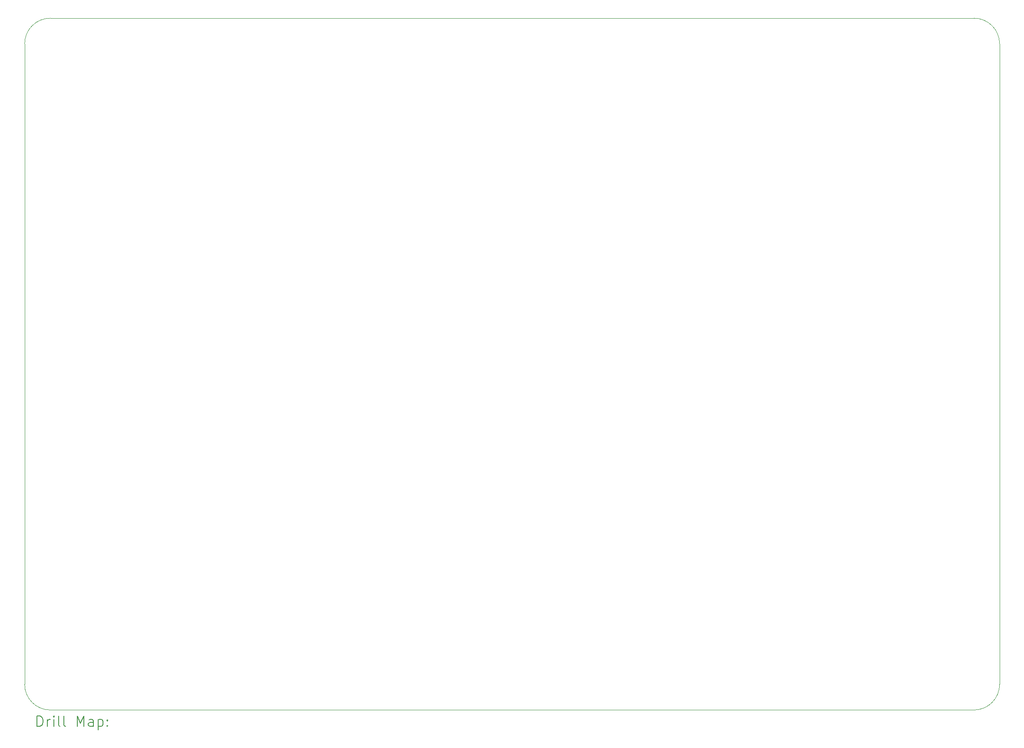
<source format=gbr>
%TF.GenerationSoftware,KiCad,Pcbnew,7.0.1*%
%TF.CreationDate,2023-06-27T00:25:03+02:00*%
%TF.ProjectId,Main board,4d61696e-2062-46f6-9172-642e6b696361,rev?*%
%TF.SameCoordinates,Original*%
%TF.FileFunction,Drillmap*%
%TF.FilePolarity,Positive*%
%FSLAX45Y45*%
G04 Gerber Fmt 4.5, Leading zero omitted, Abs format (unit mm)*
G04 Created by KiCad (PCBNEW 7.0.1) date 2023-06-27 00:25:03*
%MOMM*%
%LPD*%
G01*
G04 APERTURE LIST*
%ADD10C,0.100000*%
%ADD11C,0.200000*%
G04 APERTURE END LIST*
D10*
X23500000Y-18500000D02*
G75*
G03*
X24000000Y-18000000I0J500000D01*
G01*
X5000000Y-18000000D02*
G75*
G03*
X5500000Y-18500000I500000J0D01*
G01*
X5000000Y-18000000D02*
X5000000Y-5500000D01*
X5500000Y-5000000D02*
G75*
G03*
X5000000Y-5500000I0J-500000D01*
G01*
X23500000Y-18500000D02*
X5500000Y-18500000D01*
X5500000Y-5000000D02*
X23500000Y-5000000D01*
X24000000Y-5500000D02*
X24000000Y-18000000D01*
X24000000Y-5500000D02*
G75*
G03*
X23500000Y-5000000I-500000J0D01*
G01*
D11*
X5242619Y-18817524D02*
X5242619Y-18617524D01*
X5242619Y-18617524D02*
X5290238Y-18617524D01*
X5290238Y-18617524D02*
X5318810Y-18627048D01*
X5318810Y-18627048D02*
X5337857Y-18646095D01*
X5337857Y-18646095D02*
X5347381Y-18665143D01*
X5347381Y-18665143D02*
X5356905Y-18703238D01*
X5356905Y-18703238D02*
X5356905Y-18731810D01*
X5356905Y-18731810D02*
X5347381Y-18769905D01*
X5347381Y-18769905D02*
X5337857Y-18788952D01*
X5337857Y-18788952D02*
X5318810Y-18808000D01*
X5318810Y-18808000D02*
X5290238Y-18817524D01*
X5290238Y-18817524D02*
X5242619Y-18817524D01*
X5442619Y-18817524D02*
X5442619Y-18684190D01*
X5442619Y-18722286D02*
X5452143Y-18703238D01*
X5452143Y-18703238D02*
X5461667Y-18693714D01*
X5461667Y-18693714D02*
X5480714Y-18684190D01*
X5480714Y-18684190D02*
X5499762Y-18684190D01*
X5566429Y-18817524D02*
X5566429Y-18684190D01*
X5566429Y-18617524D02*
X5556905Y-18627048D01*
X5556905Y-18627048D02*
X5566429Y-18636571D01*
X5566429Y-18636571D02*
X5575952Y-18627048D01*
X5575952Y-18627048D02*
X5566429Y-18617524D01*
X5566429Y-18617524D02*
X5566429Y-18636571D01*
X5690238Y-18817524D02*
X5671190Y-18808000D01*
X5671190Y-18808000D02*
X5661667Y-18788952D01*
X5661667Y-18788952D02*
X5661667Y-18617524D01*
X5795000Y-18817524D02*
X5775952Y-18808000D01*
X5775952Y-18808000D02*
X5766428Y-18788952D01*
X5766428Y-18788952D02*
X5766428Y-18617524D01*
X6023571Y-18817524D02*
X6023571Y-18617524D01*
X6023571Y-18617524D02*
X6090238Y-18760381D01*
X6090238Y-18760381D02*
X6156905Y-18617524D01*
X6156905Y-18617524D02*
X6156905Y-18817524D01*
X6337857Y-18817524D02*
X6337857Y-18712762D01*
X6337857Y-18712762D02*
X6328333Y-18693714D01*
X6328333Y-18693714D02*
X6309286Y-18684190D01*
X6309286Y-18684190D02*
X6271190Y-18684190D01*
X6271190Y-18684190D02*
X6252143Y-18693714D01*
X6337857Y-18808000D02*
X6318809Y-18817524D01*
X6318809Y-18817524D02*
X6271190Y-18817524D01*
X6271190Y-18817524D02*
X6252143Y-18808000D01*
X6252143Y-18808000D02*
X6242619Y-18788952D01*
X6242619Y-18788952D02*
X6242619Y-18769905D01*
X6242619Y-18769905D02*
X6252143Y-18750857D01*
X6252143Y-18750857D02*
X6271190Y-18741333D01*
X6271190Y-18741333D02*
X6318809Y-18741333D01*
X6318809Y-18741333D02*
X6337857Y-18731810D01*
X6433095Y-18684190D02*
X6433095Y-18884190D01*
X6433095Y-18693714D02*
X6452143Y-18684190D01*
X6452143Y-18684190D02*
X6490238Y-18684190D01*
X6490238Y-18684190D02*
X6509286Y-18693714D01*
X6509286Y-18693714D02*
X6518809Y-18703238D01*
X6518809Y-18703238D02*
X6528333Y-18722286D01*
X6528333Y-18722286D02*
X6528333Y-18779429D01*
X6528333Y-18779429D02*
X6518809Y-18798476D01*
X6518809Y-18798476D02*
X6509286Y-18808000D01*
X6509286Y-18808000D02*
X6490238Y-18817524D01*
X6490238Y-18817524D02*
X6452143Y-18817524D01*
X6452143Y-18817524D02*
X6433095Y-18808000D01*
X6614048Y-18798476D02*
X6623571Y-18808000D01*
X6623571Y-18808000D02*
X6614048Y-18817524D01*
X6614048Y-18817524D02*
X6604524Y-18808000D01*
X6604524Y-18808000D02*
X6614048Y-18798476D01*
X6614048Y-18798476D02*
X6614048Y-18817524D01*
X6614048Y-18693714D02*
X6623571Y-18703238D01*
X6623571Y-18703238D02*
X6614048Y-18712762D01*
X6614048Y-18712762D02*
X6604524Y-18703238D01*
X6604524Y-18703238D02*
X6614048Y-18693714D01*
X6614048Y-18693714D02*
X6614048Y-18712762D01*
M02*

</source>
